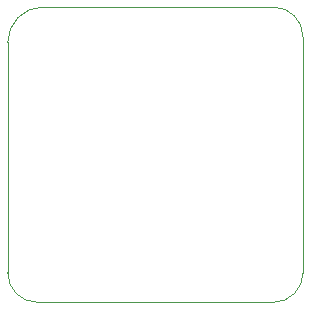
<source format=gbr>
%TF.GenerationSoftware,KiCad,Pcbnew,(6.0.9)*%
%TF.CreationDate,2023-01-27T23:50:43-09:00*%
%TF.ProjectId,HOTAS_Analog Stick Breakout,484f5441-535f-4416-9e61-6c6f67205374,rev?*%
%TF.SameCoordinates,Original*%
%TF.FileFunction,Profile,NP*%
%FSLAX46Y46*%
G04 Gerber Fmt 4.6, Leading zero omitted, Abs format (unit mm)*
G04 Created by KiCad (PCBNEW (6.0.9)) date 2023-01-27 23:50:43*
%MOMM*%
%LPD*%
G01*
G04 APERTURE LIST*
%TA.AperFunction,Profile*%
%ADD10C,0.050000*%
%TD*%
G04 APERTURE END LIST*
D10*
X97500000Y-95000000D02*
G75*
G03*
X100000000Y-97500000I2500000J0D01*
G01*
X120000000Y-97500000D02*
G75*
G03*
X122500000Y-95000000I0J2500000D01*
G01*
X122500000Y-75000000D02*
G75*
G03*
X120000000Y-72500000I-2500000J0D01*
G01*
X100500000Y-72500000D02*
G75*
G03*
X97500000Y-75500000I0J-3000000D01*
G01*
X120000000Y-97500000D02*
X100000000Y-97500000D01*
X122500000Y-75000000D02*
X122500000Y-95000000D01*
X100500000Y-72500000D02*
X120000000Y-72500000D01*
X97500000Y-95000000D02*
X97500000Y-75500000D01*
M02*

</source>
